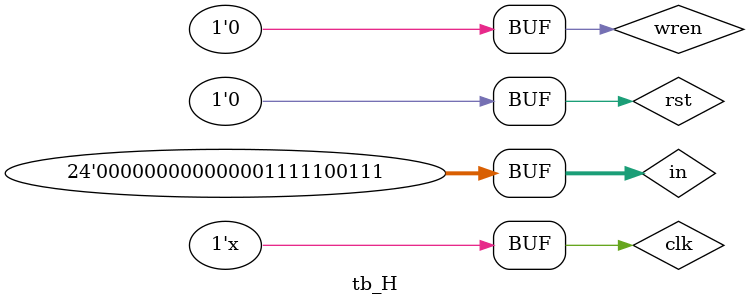
<source format=v>
`timescale 1 ps / 1 ps
module tb_H();
  
	reg	[23:0]  in;
  wire	[23:0]  out;
	wire	[6:0]  addr;
	reg	wren,rst,clk;
  
  memory_z MEMZ(
    .in(in),.out(out),.rdaddr(addr),.rdslc(1'b0),
    .wraddr(addr),.wrslc(1'b0),.wren(wren),
    .actien(1'b0),.clk(clk));
  counter #(7) CNTR(
    .out(addr), .clk(clk), .stop(1'b0), .rst(rst));
  
  initial begin
  clk = 1'b0;
  rst = 1'b0;
  wren = 1'b0;
  in = 24'd999;
  #300 rst = 1'b1;
  #100 rst = 1'b0;
  #500 wren = 1'b1;
  #1500 wren = 1'b0;
  end
  
  always #50 clk = !clk;
  
endmodule

</source>
